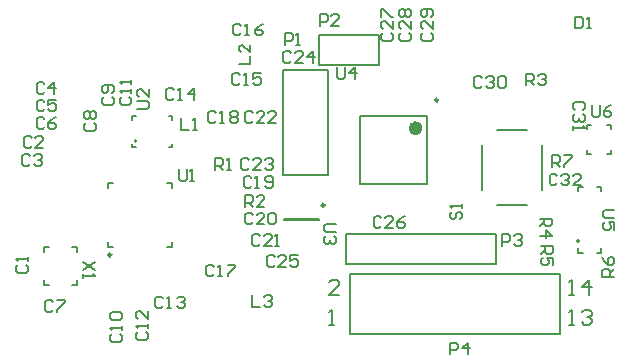
<source format=gto>
%FSLAX24Y24*%
%MOIN*%
G70*
G01*
G75*
G04 Layer_Color=65535*
%ADD10R,0.0354X0.0276*%
%ADD11R,0.0512X0.0591*%
%ADD12R,0.0276X0.0354*%
%ADD13R,0.0256X0.0630*%
%ADD14O,0.0118X0.1181*%
%ADD15O,0.1181X0.0118*%
%ADD16R,0.1358X0.1358*%
%ADD17O,0.0768X0.0236*%
%ADD18O,0.0236X0.0768*%
%ADD19R,0.0118X0.0315*%
%ADD20R,0.0315X0.0157*%
%ADD21R,0.0118X0.0787*%
%ADD22C,0.0120*%
%ADD23R,0.0335X0.0374*%
%ADD24C,0.0080*%
%ADD25C,0.0197*%
%ADD26C,0.0118*%
%ADD27C,0.0276*%
%ADD28C,0.0200*%
%ADD29C,0.0150*%
%ADD30C,0.0100*%
%ADD31C,0.0250*%
%ADD32C,0.0394*%
%ADD33C,0.0236*%
%ADD34C,0.0984*%
%ADD35C,0.0591*%
%ADD36R,0.0591X0.0591*%
%ADD37C,0.0709*%
%ADD38R,0.0669X0.0669*%
%ADD39C,0.0669*%
%ADD40C,0.0200*%
%ADD41C,0.0394*%
%ADD42C,0.0240*%
%ADD43C,0.0098*%
%ADD44C,0.0079*%
%ADD45C,0.0039*%
%ADD46C,0.0063*%
D24*
X18650Y16099D02*
X18817D01*
X18734D01*
Y16599D01*
X18650Y16516D01*
X19067D02*
X19150Y16599D01*
X19317D01*
X19400Y16516D01*
Y16432D01*
X19317Y16349D01*
X19234D01*
X19317D01*
X19400Y16266D01*
Y16183D01*
X19317Y16099D01*
X19150D01*
X19067Y16183D01*
X18650Y17099D02*
X18817D01*
X18734D01*
Y17599D01*
X18650Y17516D01*
X19317Y17099D02*
Y17599D01*
X19067Y17349D01*
X19400D01*
X10650Y16099D02*
X10817D01*
X10734D01*
Y16599D01*
X10650Y16516D01*
X10984Y17099D02*
X10650D01*
X10984Y17432D01*
Y17516D01*
X10900Y17599D01*
X10734D01*
X10650Y17516D01*
D33*
X13642Y22657D02*
G03*
X13642Y22657I-118J0D01*
G01*
D43*
X10492Y20098D02*
G03*
X10492Y20098I-49J0D01*
G01*
X3386Y18435D02*
G03*
X3386Y18435I-49J0D01*
G01*
X14282Y23593D02*
G03*
X14282Y23593I-49J0D01*
G01*
D44*
X4232Y22224D02*
G03*
X4232Y22224I-39J0D01*
G01*
X18976Y18898D02*
G03*
X18976Y18898I-39J0D01*
G01*
X10295Y19587D02*
Y19626D01*
X9154Y19587D02*
Y19626D01*
X10295D01*
X9154Y19587D02*
X10295D01*
X3278Y18691D02*
X3445D01*
X3278D02*
Y18858D01*
Y20669D02*
Y20837D01*
X3445D01*
X5256D02*
X5423D01*
Y20669D02*
Y20837D01*
X5256Y18691D02*
X5423D01*
Y18858D01*
X11673Y20807D02*
Y23051D01*
Y20807D02*
X13917D01*
X11673Y23051D02*
X13917D01*
Y20807D02*
Y23051D01*
X9093Y21085D02*
X10593D01*
X9093D02*
Y24585D01*
X10593D01*
Y21085D02*
Y24585D01*
X4075Y22028D02*
X4193D01*
X4075D02*
Y22146D01*
X5413Y22028D02*
Y22146D01*
X5295Y22028D02*
X5413D01*
X5295Y23051D02*
X5413D01*
Y22933D02*
Y23051D01*
X4075D02*
X4193D01*
X4075Y22933D02*
Y23051D01*
X11350Y15799D02*
X18350D01*
X11350Y17799D02*
X18350D01*
X11350Y15799D02*
Y17799D01*
X18350Y15799D02*
Y17799D01*
X11209Y18122D02*
Y19122D01*
X16209D01*
X11209Y18122D02*
X16209D01*
Y19122D01*
X16232Y20102D02*
X17232D01*
X17732Y20602D02*
Y22102D01*
X16232Y22602D02*
X17232D01*
X15732Y20602D02*
Y22102D01*
X18937Y18504D02*
Y18661D01*
Y18504D02*
X19094D01*
X19724D02*
Y18661D01*
X19567Y18504D02*
X19724D01*
X19567Y20709D02*
X19724D01*
Y20551D02*
Y20709D01*
X18937Y20551D02*
Y20709D01*
X19094D01*
X20039Y21811D02*
Y21929D01*
X19921Y21811D02*
X20039D01*
X19252D02*
X19370D01*
X19252D02*
Y21929D01*
Y22638D02*
Y22756D01*
X19370D01*
X20039Y22638D02*
Y22756D01*
X19921D02*
X20039D01*
X2244Y18543D02*
Y18701D01*
X2087D02*
X2244D01*
Y17441D02*
Y17598D01*
X2087Y17441D02*
X2244D01*
X1142Y18543D02*
Y18701D01*
X1299D01*
X1142Y17441D02*
X1299D01*
X1142D02*
Y17598D01*
X10311Y24776D02*
Y25776D01*
Y24776D02*
X12311D01*
Y25776D01*
X10311D02*
X12311D01*
D45*
X19193Y22835D02*
G03*
X19193Y22835I-20J0D01*
G01*
D46*
X6803Y18044D02*
X6737Y18109D01*
X6606D01*
X6540Y18044D01*
Y17781D01*
X6606Y17716D01*
X6737D01*
X6803Y17781D01*
X6934Y17716D02*
X7065D01*
X6999D01*
Y18109D01*
X6934Y18044D01*
X7262Y18109D02*
X7524D01*
Y18044D01*
X7262Y17781D01*
Y17716D01*
X5469Y23930D02*
X5403Y23996D01*
X5272D01*
X5207Y23930D01*
Y23668D01*
X5272Y23602D01*
X5403D01*
X5469Y23668D01*
X5600Y23602D02*
X5731D01*
X5666D01*
Y23996D01*
X5600Y23930D01*
X6125Y23602D02*
Y23996D01*
X5928Y23799D01*
X6191D01*
X14751Y19879D02*
X14685Y19813D01*
Y19682D01*
X14751Y19616D01*
X14816D01*
X14882Y19682D01*
Y19813D01*
X14948Y19879D01*
X15013D01*
X15079Y19813D01*
Y19682D01*
X15013Y19616D01*
X15079Y20010D02*
Y20141D01*
Y20075D01*
X14685D01*
X14751Y20010D01*
X15745Y24324D02*
X15679Y24390D01*
X15548D01*
X15482Y24324D01*
Y24062D01*
X15548Y23996D01*
X15679D01*
X15745Y24062D01*
X15876Y24324D02*
X15941Y24390D01*
X16073D01*
X16138Y24324D01*
Y24258D01*
X16073Y24193D01*
X16007D01*
X16073D01*
X16138Y24127D01*
Y24062D01*
X16073Y23996D01*
X15941D01*
X15876Y24062D01*
X16269Y24324D02*
X16335Y24390D01*
X16466D01*
X16532Y24324D01*
Y24062D01*
X16466Y23996D01*
X16335D01*
X16269Y24062D01*
Y24324D01*
X7626Y24790D02*
X8020D01*
Y25052D01*
Y25446D02*
Y25184D01*
X7758Y25446D01*
X7692D01*
X7626Y25380D01*
Y25249D01*
X7692Y25184D01*
X7703Y26076D02*
X7638Y26142D01*
X7507D01*
X7441Y26076D01*
Y25814D01*
X7507Y25748D01*
X7638D01*
X7703Y25814D01*
X7835Y25748D02*
X7966D01*
X7900D01*
Y26142D01*
X7835Y26076D01*
X8425Y26142D02*
X8294Y26076D01*
X8163Y25945D01*
Y25814D01*
X8228Y25748D01*
X8359D01*
X8425Y25814D01*
Y25879D01*
X8359Y25945D01*
X8163D01*
X7664Y24422D02*
X7598Y24488D01*
X7467D01*
X7402Y24422D01*
Y24160D01*
X7467Y24094D01*
X7598D01*
X7664Y24160D01*
X7795Y24094D02*
X7926D01*
X7861D01*
Y24488D01*
X7795Y24422D01*
X8386Y24488D02*
X8123D01*
Y24291D01*
X8254Y24357D01*
X8320D01*
X8386Y24291D01*
Y24160D01*
X8320Y24094D01*
X8189D01*
X8123Y24160D01*
X18858Y26378D02*
Y25984D01*
X19055D01*
X19121Y26050D01*
Y26312D01*
X19055Y26378D01*
X18858D01*
X19252Y25984D02*
X19383D01*
X19317D01*
Y26378D01*
X19252Y26312D01*
X19108Y23251D02*
X19173Y23317D01*
Y23448D01*
X19108Y23514D01*
X18845D01*
X18780Y23448D01*
Y23317D01*
X18845Y23251D01*
X19108Y23120D02*
X19173Y23055D01*
Y22923D01*
X19108Y22858D01*
X19042D01*
X18976Y22923D01*
Y22989D01*
Y22923D01*
X18911Y22858D01*
X18845D01*
X18780Y22923D01*
Y23055D01*
X18845Y23120D01*
X18780Y22727D02*
Y22595D01*
Y22661D01*
X19173D01*
X19108Y22727D01*
X9377Y25161D02*
X9311Y25226D01*
X9180D01*
X9114Y25161D01*
Y24898D01*
X9180Y24833D01*
X9311D01*
X9377Y24898D01*
X9770Y24833D02*
X9508D01*
X9770Y25095D01*
Y25161D01*
X9705Y25226D01*
X9573D01*
X9508Y25161D01*
X10098Y24833D02*
Y25226D01*
X9901Y25029D01*
X10164D01*
X8825Y18350D02*
X8760Y18415D01*
X8629D01*
X8563Y18350D01*
Y18087D01*
X8629Y18022D01*
X8760D01*
X8825Y18087D01*
X9219Y18022D02*
X8957D01*
X9219Y18284D01*
Y18350D01*
X9153Y18415D01*
X9022D01*
X8957Y18350D01*
X9613Y18415D02*
X9350D01*
Y18218D01*
X9481Y18284D01*
X9547D01*
X9613Y18218D01*
Y18087D01*
X9547Y18022D01*
X9416D01*
X9350Y18087D01*
X18255Y21076D02*
X18189Y21142D01*
X18058D01*
X17992Y21076D01*
Y20814D01*
X18058Y20748D01*
X18189D01*
X18255Y20814D01*
X18386Y21076D02*
X18451Y21142D01*
X18582D01*
X18648Y21076D01*
Y21010D01*
X18582Y20945D01*
X18517D01*
X18582D01*
X18648Y20879D01*
Y20814D01*
X18582Y20748D01*
X18451D01*
X18386Y20814D01*
X19042Y20748D02*
X18779D01*
X19042Y21010D01*
Y21076D01*
X18976Y21142D01*
X18845D01*
X18779Y21076D01*
X13776Y25833D02*
X13711Y25768D01*
Y25636D01*
X13776Y25571D01*
X14039D01*
X14104Y25636D01*
Y25768D01*
X14039Y25833D01*
X14104Y26227D02*
Y25964D01*
X13842Y26227D01*
X13776D01*
X13711Y26161D01*
Y26030D01*
X13776Y25964D01*
X14039Y26358D02*
X14104Y26424D01*
Y26555D01*
X14039Y26620D01*
X13776D01*
X13711Y26555D01*
Y26424D01*
X13776Y26358D01*
X13842D01*
X13908Y26424D01*
Y26620D01*
X12388Y19659D02*
X12323Y19724D01*
X12192D01*
X12126Y19659D01*
Y19396D01*
X12192Y19331D01*
X12323D01*
X12388Y19396D01*
X12782Y19331D02*
X12520D01*
X12782Y19593D01*
Y19659D01*
X12716Y19724D01*
X12585D01*
X12520Y19659D01*
X13176Y19724D02*
X13044Y19659D01*
X12913Y19527D01*
Y19396D01*
X12979Y19331D01*
X13110D01*
X13176Y19396D01*
Y19462D01*
X13110Y19527D01*
X12913D01*
X12448Y25833D02*
X12382Y25768D01*
Y25636D01*
X12448Y25571D01*
X12710D01*
X12776Y25636D01*
Y25768D01*
X12710Y25833D01*
X12776Y26227D02*
Y25964D01*
X12513Y26227D01*
X12448D01*
X12382Y26161D01*
Y26030D01*
X12448Y25964D01*
X12382Y26358D02*
Y26620D01*
X12448D01*
X12710Y26358D01*
X12776D01*
X13038Y25833D02*
X12973Y25768D01*
Y25636D01*
X13038Y25571D01*
X13301D01*
X13366Y25636D01*
Y25768D01*
X13301Y25833D01*
X13366Y26227D02*
Y25964D01*
X13104Y26227D01*
X13038D01*
X12973Y26161D01*
Y26030D01*
X13038Y25964D01*
Y26358D02*
X12973Y26424D01*
Y26555D01*
X13038Y26620D01*
X13104D01*
X13169Y26555D01*
X13235Y26620D01*
X13301D01*
X13366Y26555D01*
Y26424D01*
X13301Y26358D01*
X13235D01*
X13169Y26424D01*
X13104Y26358D01*
X13038D01*
X13169Y26424D02*
Y26555D01*
X8333Y19068D02*
X8268Y19134D01*
X8136D01*
X8071Y19068D01*
Y18806D01*
X8136Y18740D01*
X8268D01*
X8333Y18806D01*
X8727Y18740D02*
X8464D01*
X8727Y19003D01*
Y19068D01*
X8661Y19134D01*
X8530D01*
X8464Y19068D01*
X8858Y18740D02*
X8989D01*
X8924D01*
Y19134D01*
X8858Y19068D01*
X5105Y16982D02*
X5039Y17047D01*
X4908D01*
X4843Y16982D01*
Y16719D01*
X4908Y16654D01*
X5039D01*
X5105Y16719D01*
X5236Y16654D02*
X5367D01*
X5302D01*
Y17047D01*
X5236Y16982D01*
X5564D02*
X5630Y17047D01*
X5761D01*
X5826Y16982D01*
Y16916D01*
X5761Y16850D01*
X5695D01*
X5761D01*
X5826Y16785D01*
Y16719D01*
X5761Y16654D01*
X5630D01*
X5564Y16719D01*
X4278Y15853D02*
X4213Y15787D01*
Y15656D01*
X4278Y15591D01*
X4541D01*
X4606Y15656D01*
Y15787D01*
X4541Y15853D01*
X4606Y15984D02*
Y16115D01*
Y16050D01*
X4213D01*
X4278Y15984D01*
X4606Y16574D02*
Y16312D01*
X4344Y16574D01*
X4278D01*
X4213Y16509D01*
Y16378D01*
X4278Y16312D01*
X1158Y23546D02*
X1092Y23612D01*
X961D01*
X896Y23546D01*
Y23284D01*
X961Y23219D01*
X1092D01*
X1158Y23284D01*
X1552Y23612D02*
X1289D01*
Y23415D01*
X1420Y23481D01*
X1486D01*
X1552Y23415D01*
Y23284D01*
X1486Y23219D01*
X1355D01*
X1289Y23284D01*
X8097Y19777D02*
X8031Y19842D01*
X7900D01*
X7835Y19777D01*
Y19514D01*
X7900Y19449D01*
X8031D01*
X8097Y19514D01*
X8491Y19449D02*
X8228D01*
X8491Y19711D01*
Y19777D01*
X8425Y19842D01*
X8294D01*
X8228Y19777D01*
X8622D02*
X8687Y19842D01*
X8819D01*
X8884Y19777D01*
Y19514D01*
X8819Y19449D01*
X8687D01*
X8622Y19514D01*
Y19777D01*
X666Y21735D02*
X600Y21801D01*
X469D01*
X404Y21735D01*
Y21473D01*
X469Y21407D01*
X600D01*
X666Y21473D01*
X797Y21735D02*
X863Y21801D01*
X994D01*
X1059Y21735D01*
Y21670D01*
X994Y21604D01*
X928D01*
X994D01*
X1059Y21539D01*
Y21473D01*
X994Y21407D01*
X863D01*
X797Y21473D01*
X8058Y20997D02*
X7992Y21063D01*
X7861D01*
X7795Y20997D01*
Y20735D01*
X7861Y20669D01*
X7992D01*
X8058Y20735D01*
X8189Y20669D02*
X8320D01*
X8254D01*
Y21063D01*
X8189Y20997D01*
X8517Y20735D02*
X8582Y20669D01*
X8714D01*
X8779Y20735D01*
Y20997D01*
X8714Y21063D01*
X8582D01*
X8517Y20997D01*
Y20932D01*
X8582Y20866D01*
X8779D01*
X3727Y23688D02*
X3662Y23622D01*
Y23491D01*
X3727Y23425D01*
X3990D01*
X4055Y23491D01*
Y23622D01*
X3990Y23688D01*
X4055Y23819D02*
Y23950D01*
Y23884D01*
X3662D01*
X3727Y23819D01*
X4055Y24147D02*
Y24278D01*
Y24212D01*
X3662D01*
X3727Y24147D01*
X3412Y15804D02*
X3347Y15738D01*
Y15607D01*
X3412Y15541D01*
X3675D01*
X3740Y15607D01*
Y15738D01*
X3675Y15804D01*
X3740Y15935D02*
Y16066D01*
Y16001D01*
X3347D01*
X3412Y15935D01*
Y16263D02*
X3347Y16328D01*
Y16460D01*
X3412Y16525D01*
X3675D01*
X3740Y16460D01*
Y16328D01*
X3675Y16263D01*
X3412D01*
X725Y22326D02*
X659Y22392D01*
X528D01*
X463Y22326D01*
Y22064D01*
X528Y21998D01*
X659D01*
X725Y22064D01*
X1119Y21998D02*
X856D01*
X1119Y22260D01*
Y22326D01*
X1053Y22392D01*
X922D01*
X856Y22326D01*
X1158Y22956D02*
X1092Y23022D01*
X961D01*
X896Y22956D01*
Y22694D01*
X961Y22628D01*
X1092D01*
X1158Y22694D01*
X1552Y23022D02*
X1420Y22956D01*
X1289Y22825D01*
Y22694D01*
X1355Y22628D01*
X1486D01*
X1552Y22694D01*
Y22759D01*
X1486Y22825D01*
X1289D01*
X1158Y24137D02*
X1092Y24203D01*
X961D01*
X896Y24137D01*
Y23875D01*
X961Y23809D01*
X1092D01*
X1158Y23875D01*
X1486Y23809D02*
Y24203D01*
X1289Y24006D01*
X1552D01*
X2546Y22821D02*
X2480Y22756D01*
Y22625D01*
X2546Y22559D01*
X2808D01*
X2874Y22625D01*
Y22756D01*
X2808Y22821D01*
X2546Y22953D02*
X2480Y23018D01*
Y23149D01*
X2546Y23215D01*
X2612D01*
X2677Y23149D01*
X2743Y23215D01*
X2808D01*
X2874Y23149D01*
Y23018D01*
X2808Y22953D01*
X2743D01*
X2677Y23018D01*
X2612Y22953D01*
X2546D01*
X2677Y23018D02*
Y23149D01*
X3137Y23688D02*
X3071Y23622D01*
Y23491D01*
X3137Y23425D01*
X3399D01*
X3465Y23491D01*
Y23622D01*
X3399Y23688D01*
Y23819D02*
X3465Y23884D01*
Y24016D01*
X3399Y24081D01*
X3137D01*
X3071Y24016D01*
Y23884D01*
X3137Y23819D01*
X3202D01*
X3268Y23884D01*
Y24081D01*
X6877Y23163D02*
X6811Y23228D01*
X6680D01*
X6614Y23163D01*
Y22900D01*
X6680Y22835D01*
X6811D01*
X6877Y22900D01*
X7008Y22835D02*
X7139D01*
X7073D01*
Y23228D01*
X7008Y23163D01*
X7336D02*
X7401Y23228D01*
X7533D01*
X7598Y23163D01*
Y23097D01*
X7533Y23031D01*
X7598Y22966D01*
Y22900D01*
X7533Y22835D01*
X7401D01*
X7336Y22900D01*
Y22966D01*
X7401Y23031D01*
X7336Y23097D01*
Y23163D01*
X7401Y23031D02*
X7533D01*
X272Y18107D02*
X207Y18041D01*
Y17910D01*
X272Y17844D01*
X535D01*
X600Y17910D01*
Y18041D01*
X535Y18107D01*
X600Y18238D02*
Y18369D01*
Y18304D01*
X207D01*
X272Y18238D01*
X8097Y23163D02*
X8031Y23228D01*
X7900D01*
X7835Y23163D01*
Y22900D01*
X7900Y22835D01*
X8031D01*
X8097Y22900D01*
X8491Y22835D02*
X8228D01*
X8491Y23097D01*
Y23163D01*
X8425Y23228D01*
X8294D01*
X8228Y23163D01*
X8884Y22835D02*
X8622D01*
X8884Y23097D01*
Y23163D01*
X8819Y23228D01*
X8687D01*
X8622Y23163D01*
X7979Y21588D02*
X7913Y21653D01*
X7782D01*
X7717Y21588D01*
Y21325D01*
X7782Y21260D01*
X7913D01*
X7979Y21325D01*
X8372Y21260D02*
X8110D01*
X8372Y21522D01*
Y21588D01*
X8307Y21653D01*
X8176D01*
X8110Y21588D01*
X8504D02*
X8569Y21653D01*
X8700D01*
X8766Y21588D01*
Y21522D01*
X8700Y21457D01*
X8635D01*
X8700D01*
X8766Y21391D01*
Y21325D01*
X8700Y21260D01*
X8569D01*
X8504Y21325D01*
X1453Y16854D02*
X1388Y16919D01*
X1257D01*
X1191Y16854D01*
Y16591D01*
X1257Y16526D01*
X1388D01*
X1453Y16591D01*
X1585Y16919D02*
X1847D01*
Y16854D01*
X1585Y16591D01*
Y16526D01*
X8071Y17086D02*
Y16693D01*
X8333D01*
X8464Y17021D02*
X8530Y17086D01*
X8661D01*
X8727Y17021D01*
Y16955D01*
X8661Y16890D01*
X8596D01*
X8661D01*
X8727Y16824D01*
Y16759D01*
X8661Y16693D01*
X8530D01*
X8464Y16759D01*
X5709Y22992D02*
Y22598D01*
X5971D01*
X6102D02*
X6233D01*
X6168D01*
Y22992D01*
X6102Y22926D01*
X9163Y25443D02*
Y25836D01*
X9360D01*
X9426Y25771D01*
Y25640D01*
X9360Y25574D01*
X9163D01*
X9557Y25443D02*
X9688D01*
X9623D01*
Y25836D01*
X9557Y25771D01*
X14685Y15118D02*
Y15512D01*
X14882D01*
X14947Y15446D01*
Y15315D01*
X14882Y15249D01*
X14685D01*
X15275Y15118D02*
Y15512D01*
X15079Y15315D01*
X15341D01*
X16407Y18720D02*
Y19114D01*
X16604D01*
X16670Y19048D01*
Y18917D01*
X16604Y18852D01*
X16407D01*
X16801Y19048D02*
X16867Y19114D01*
X16998D01*
X17063Y19048D01*
Y18983D01*
X16998Y18917D01*
X16932D01*
X16998D01*
X17063Y18852D01*
Y18786D01*
X16998Y18720D01*
X16867D01*
X16801Y18786D01*
X18071Y21378D02*
Y21772D01*
X18268D01*
X18333Y21706D01*
Y21575D01*
X18268Y21509D01*
X18071D01*
X18202D02*
X18333Y21378D01*
X18464Y21772D02*
X18727D01*
Y21706D01*
X18464Y21444D01*
Y21378D01*
X17717Y18740D02*
X18110D01*
Y18543D01*
X18045Y18478D01*
X17913D01*
X17848Y18543D01*
Y18740D01*
Y18609D02*
X17717Y18478D01*
X18110Y18084D02*
Y18347D01*
X17913D01*
X17979Y18215D01*
Y18150D01*
X17913Y18084D01*
X17782D01*
X17717Y18150D01*
Y18281D01*
X17782Y18347D01*
X17677Y19646D02*
X18071D01*
Y19449D01*
X18005Y19383D01*
X17874D01*
X17808Y19449D01*
Y19646D01*
Y19514D02*
X17677Y19383D01*
Y19055D02*
X18071D01*
X17874Y19252D01*
Y18990D01*
X17205Y24085D02*
Y24478D01*
X17402D01*
X17467Y24413D01*
Y24281D01*
X17402Y24216D01*
X17205D01*
X17336D02*
X17467Y24085D01*
X17598Y24413D02*
X17664Y24478D01*
X17795D01*
X17861Y24413D01*
Y24347D01*
X17795Y24281D01*
X17729D01*
X17795D01*
X17861Y24216D01*
Y24150D01*
X17795Y24085D01*
X17664D01*
X17598Y24150D01*
X20128Y17697D02*
X19734D01*
Y17894D01*
X19800Y17959D01*
X19931D01*
X19997Y17894D01*
Y17697D01*
Y17828D02*
X20128Y17959D01*
X19734Y18353D02*
X19800Y18222D01*
X19931Y18090D01*
X20062D01*
X20128Y18156D01*
Y18287D01*
X20062Y18353D01*
X19997D01*
X19931Y18287D01*
Y18090D01*
X7835Y20039D02*
Y20433D01*
X8031D01*
X8097Y20367D01*
Y20236D01*
X8031Y20171D01*
X7835D01*
X7966D02*
X8097Y20039D01*
X8491D02*
X8228D01*
X8491Y20302D01*
Y20367D01*
X8425Y20433D01*
X8294D01*
X8228Y20367D01*
X6850Y21260D02*
Y21653D01*
X7047D01*
X7113Y21588D01*
Y21457D01*
X7047Y21391D01*
X6850D01*
X6982D02*
X7113Y21260D01*
X7244D02*
X7375D01*
X7310D01*
Y21653D01*
X7244Y21588D01*
X10866Y19449D02*
X10538D01*
X10472Y19383D01*
Y19252D01*
X10538Y19186D01*
X10866D01*
X10800Y19055D02*
X10866Y18990D01*
Y18858D01*
X10800Y18793D01*
X10735D01*
X10669Y18858D01*
Y18924D01*
Y18858D01*
X10604Y18793D01*
X10538D01*
X10472Y18858D01*
Y18990D01*
X10538Y19055D01*
X19400Y23425D02*
Y23097D01*
X19465Y23031D01*
X19596D01*
X19662Y23097D01*
Y23425D01*
X20056D02*
X19924Y23359D01*
X19793Y23228D01*
Y23097D01*
X19859Y23031D01*
X19990D01*
X20056Y23097D01*
Y23163D01*
X19990Y23228D01*
X19793D01*
X10906Y24685D02*
Y24357D01*
X10971Y24291D01*
X11102D01*
X11168Y24357D01*
Y24685D01*
X11496Y24291D02*
Y24685D01*
X11299Y24488D01*
X11561D01*
X20157Y19921D02*
X19829D01*
X19764Y19856D01*
Y19724D01*
X19829Y19659D01*
X20157D01*
Y19265D02*
Y19528D01*
X19961D01*
X20026Y19396D01*
Y19331D01*
X19961Y19265D01*
X19829D01*
X19764Y19331D01*
Y19462D01*
X19829Y19528D01*
X4252Y23307D02*
X4580D01*
X4646Y23373D01*
Y23504D01*
X4580Y23569D01*
X4252D01*
X4646Y23963D02*
Y23701D01*
X4383Y23963D01*
X4318D01*
X4252Y23897D01*
Y23766D01*
X4318Y23701D01*
X2835Y18189D02*
X2441Y17927D01*
X2835D02*
X2441Y18189D01*
Y17795D02*
Y17664D01*
Y17730D01*
X2835D01*
X2769Y17795D01*
X5630Y21299D02*
Y20971D01*
X5696Y20906D01*
X5827D01*
X5892Y20971D01*
Y21299D01*
X6023Y20906D02*
X6155D01*
X6089D01*
Y21299D01*
X6023Y21233D01*
X10330Y26076D02*
Y26469D01*
X10527D01*
X10593Y26404D01*
Y26273D01*
X10527Y26207D01*
X10330D01*
X10986Y26076D02*
X10724D01*
X10986Y26338D01*
Y26404D01*
X10921Y26469D01*
X10789D01*
X10724Y26404D01*
M02*

</source>
